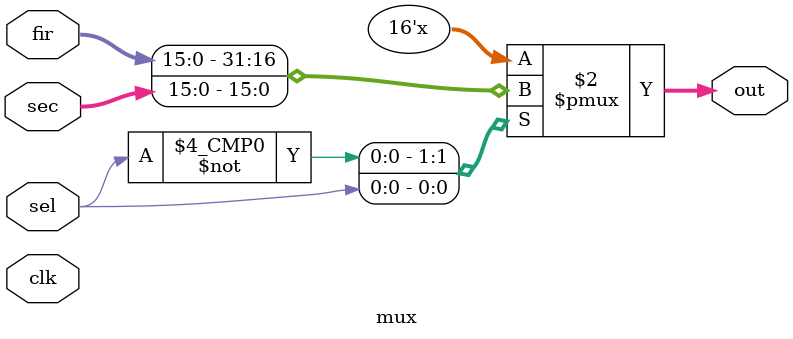
<source format=v>
`timescale 1ns / 1ps

module mux #(parameter N = 16) (
    input clk,
    input [N-1:0] fir,
    input [N-1:0] sec,
    input sel,
    output reg [N-1:0] out
    );
    
    always @(*) begin
    
    case (sel)

        1'b0: begin
            out <= fir;
        end
        1'b1: begin
            out <= sec;
        end
        
    endcase
    
    end
    
endmodule

</source>
